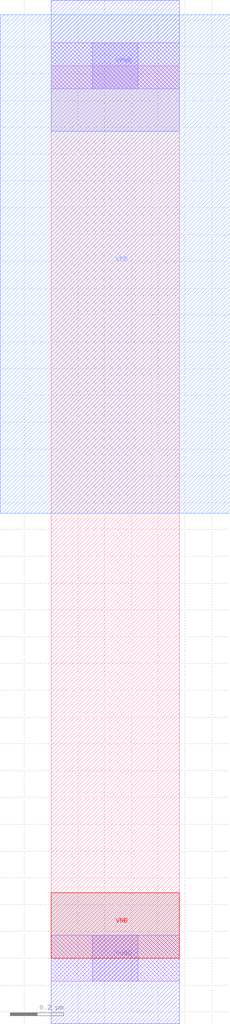
<source format=lef>
# Copyright 2020 The SkyWater PDK Authors
#
# Licensed under the Apache License, Version 2.0 (the "License");
# you may not use this file except in compliance with the License.
# You may obtain a copy of the License at
#
#     https://www.apache.org/licenses/LICENSE-2.0
#
# Unless required by applicable law or agreed to in writing, software
# distributed under the License is distributed on an "AS IS" BASIS,
# WITHOUT WARRANTIES OR CONDITIONS OF ANY KIND, either express or implied.
# See the License for the specific language governing permissions and
# limitations under the License.
#
# SPDX-License-Identifier: Apache-2.0

VERSION 5.7 ;
  NOWIREEXTENSIONATPIN ON ;
  DIVIDERCHAR "/" ;
  BUSBITCHARS "[]" ;
MACRO sky130_fd_sc_ls__fill_1
  CLASS CORE SPACER ;
  FOREIGN sky130_fd_sc_ls__fill_1 ;
  ORIGIN  0.000000  0.000000 ;
  SIZE  0.480000 BY  3.330000 ;
  SYMMETRY X Y ;
  SITE unit ;
  PIN VNB
    PORT
      LAYER pwell ;
        RECT 0.000000 0.000000 0.480000 0.245000 ;
    END
  END VNB
  PIN VPB
    PORT
      LAYER nwell ;
        RECT -0.190000 1.660000 0.670000 3.520000 ;
    END
  END VPB
  PIN VGND
    DIRECTION INOUT ;
    SHAPE ABUTMENT ;
    USE GROUND ;
    PORT
      LAYER met1 ;
        RECT 0.000000 -0.245000 0.480000 0.245000 ;
    END
  END VGND
  PIN VPWR
    DIRECTION INOUT ;
    SHAPE ABUTMENT ;
    USE POWER ;
    PORT
      LAYER met1 ;
        RECT 0.000000 3.085000 0.480000 3.575000 ;
    END
  END VPWR
  OBS
    LAYER li1 ;
      RECT 0.000000 -0.085000 0.480000 0.085000 ;
      RECT 0.000000  3.245000 0.480000 3.415000 ;
    LAYER mcon ;
      RECT 0.155000 -0.085000 0.325000 0.085000 ;
      RECT 0.155000  3.245000 0.325000 3.415000 ;
  END
END sky130_fd_sc_ls__fill_1
END LIBRARY

</source>
